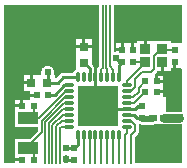
<source format=gtl>
G04 Layer_Physical_Order=1*
G04 Layer_Color=255*
%FSLAX24Y24*%
%MOIN*%
G70*
G01*
G75*
%ADD10R,0.0709X0.0394*%
%ADD11R,0.0374X0.0335*%
%ADD12R,0.1378X0.1378*%
%ADD13O,0.0335X0.0118*%
%ADD14O,0.0118X0.0335*%
%ADD15R,0.0256X0.0197*%
%ADD16R,0.0236X0.0197*%
%ADD17R,0.0315X0.0295*%
%ADD18R,0.0295X0.0315*%
%ADD19R,0.0197X0.0236*%
%ADD20R,0.0300X0.0300*%
%ADD21C,0.0090*%
%ADD22C,0.0060*%
%ADD23C,0.0100*%
%ADD24C,0.0200*%
%ADD25C,0.0300*%
%ADD26C,0.0240*%
G36*
X10Y1334D02*
X6Y1331D01*
X-7Y1315D01*
X-18Y1298D01*
X-26Y1279D01*
X-28Y1270D01*
X-30Y1265D01*
X-48Y1248D01*
Y1134D01*
X-53Y1122D01*
X-59Y1098D01*
X-61Y1073D01*
Y965D01*
X-136D01*
Y1073D01*
X-138Y1098D01*
X-144Y1122D01*
X-148Y1134D01*
Y1271D01*
X-151Y1275D01*
X-152Y1282D01*
X-157Y1304D01*
X-166Y1326D01*
X-178Y1345D01*
X-192Y1362D01*
X-223Y1392D01*
Y1678D01*
X-223Y1692D01*
Y1728D01*
X-223Y1742D01*
Y1926D01*
X-737D01*
Y1742D01*
X-737Y1728D01*
Y1692D01*
X-737Y1678D01*
Y1225D01*
X-738Y1225D01*
X-761Y1215D01*
X-783Y1202D01*
X-802Y1186D01*
X-818Y1167D01*
X-831Y1145D01*
X-841Y1122D01*
X-842Y1115D01*
X-1165D01*
X-1189Y1113D01*
X-1212Y1108D01*
X-1234Y1099D01*
X-1254Y1086D01*
X-1272Y1071D01*
X-1407Y936D01*
X-1457Y957D01*
Y1027D01*
X-1457Y1027D01*
X-1474Y1077D01*
X-1471Y1091D01*
X-1470Y1120D01*
X-1471Y1149D01*
X-1477Y1177D01*
X-1486Y1204D01*
X-1499Y1230D01*
X-1515Y1254D01*
X-1534Y1276D01*
X-1556Y1295D01*
X-1580Y1311D01*
X-1606Y1324D01*
X-1633Y1333D01*
X-1661Y1339D01*
X-1690Y1340D01*
X-1719Y1339D01*
X-1747Y1333D01*
X-1774Y1324D01*
X-1800Y1311D01*
X-1824Y1295D01*
X-1846Y1276D01*
X-1865Y1254D01*
X-1881Y1230D01*
X-1894Y1204D01*
X-1903Y1177D01*
X-1909Y1149D01*
X-1910Y1120D01*
X-1909Y1091D01*
X-1906Y1077D01*
X-1916Y1061D01*
X-1952Y1027D01*
X-1988D01*
Y1027D01*
X-2186D01*
Y770D01*
X-2236D01*
Y720D01*
X-2483D01*
Y513D01*
X-2275D01*
Y410D01*
X-2057D01*
Y310D01*
X-2275D01*
Y208D01*
X-2497D01*
Y10D01*
X-2547D01*
Y-40D01*
X-2765D01*
Y-101D01*
X-2794D01*
Y-695D01*
X-2020D01*
Y-816D01*
X-2290Y-1085D01*
X-2794D01*
Y-1679D01*
X-2765D01*
Y-1740D01*
X-2547D01*
Y-1840D01*
X-2765D01*
Y-1890D01*
X-3130D01*
Y3360D01*
X10D01*
Y1334D01*
D02*
G37*
G36*
X2600Y1265D02*
X2748D01*
X2790Y1244D01*
Y-194D01*
X2677D01*
X2671Y-194D01*
X2250D01*
Y300D01*
X2165D01*
Y430D01*
X1947D01*
Y530D01*
X2165D01*
Y622D01*
X2165D01*
Y770D01*
X1947D01*
Y820D01*
X1897D01*
Y1035D01*
X1883Y1068D01*
X1942Y1128D01*
X1955Y1143D01*
X1966Y1161D01*
X1974Y1180D01*
X1976Y1186D01*
X2085D01*
Y1454D01*
X2185D01*
Y1186D01*
X2422D01*
Y1265D01*
X2500D01*
Y1483D01*
X2600D01*
Y1265D01*
D02*
G37*
G36*
X-1048Y-1631D02*
X-1003Y-1662D01*
X-998Y-1671D01*
Y-1757D01*
X-800D01*
Y-1857D01*
X-998D01*
Y-1890D01*
X-1160D01*
Y-1667D01*
X-1110Y-1632D01*
X-1109Y-1632D01*
X-1080Y-1634D01*
X-1051Y-1632D01*
X-1048Y-1631D01*
X-1048D01*
D02*
G37*
G36*
X2790Y-1890D02*
X1213D01*
Y-1019D01*
X1314Y-918D01*
X1327Y-902D01*
X1338Y-885D01*
X1346Y-866D01*
X1351Y-846D01*
X1352Y-825D01*
Y-627D01*
X1367Y-612D01*
X1416D01*
X1427Y-614D01*
X1453Y-616D01*
X1806D01*
X1832Y-614D01*
X1851Y-610D01*
X2250D01*
Y-595D01*
X2671D01*
X2677Y-594D01*
X2790D01*
Y-1890D01*
D02*
G37*
G36*
Y2116D02*
X2748Y2095D01*
X2422D01*
Y2174D01*
X1615D01*
Y1906D01*
X1515D01*
Y2174D01*
X1278D01*
Y2095D01*
X1200D01*
Y1877D01*
X1100D01*
Y2095D01*
X850D01*
Y1877D01*
X800D01*
Y1827D01*
X594D01*
X555Y1812D01*
X510Y1843D01*
Y3360D01*
X2790D01*
Y2116D01*
D02*
G37*
%LPC*%
G36*
X-2597Y208D02*
X-2765D01*
Y60D01*
X-2597D01*
Y208D01*
D02*
G37*
G36*
X-223Y2223D02*
X-430D01*
Y2026D01*
X-223D01*
Y2223D01*
D02*
G37*
G36*
X-2286Y1027D02*
X-2483D01*
Y820D01*
X-2286D01*
Y1027D01*
D02*
G37*
G36*
X-530Y2223D02*
X-737D01*
Y2026D01*
X-530D01*
Y2223D01*
D02*
G37*
G36*
X2165Y1018D02*
X1997D01*
Y870D01*
X2165D01*
Y1018D01*
D02*
G37*
G36*
X750Y2095D02*
X602D01*
Y1927D01*
X750D01*
Y2095D01*
D02*
G37*
%LPD*%
D10*
X-2340Y-398D02*
D03*
Y-1382D02*
D03*
D11*
X2135Y1454D02*
D03*
Y1906D02*
D03*
X1565D02*
D03*
Y1454D02*
D03*
D12*
X-0Y0D02*
D03*
D13*
X-965Y689D02*
D03*
Y492D02*
D03*
Y295D02*
D03*
Y98D02*
D03*
Y-98D02*
D03*
Y-295D02*
D03*
Y-492D02*
D03*
Y-689D02*
D03*
X965D02*
D03*
Y-492D02*
D03*
Y-295D02*
D03*
Y-98D02*
D03*
Y98D02*
D03*
Y295D02*
D03*
Y492D02*
D03*
Y689D02*
D03*
D14*
X-689Y-965D02*
D03*
X-492D02*
D03*
X-295D02*
D03*
X-98D02*
D03*
X98D02*
D03*
X295D02*
D03*
X492D02*
D03*
X689D02*
D03*
Y965D02*
D03*
X492D02*
D03*
X295D02*
D03*
X98D02*
D03*
X-98D02*
D03*
X-295D02*
D03*
X-492D02*
D03*
X-689D02*
D03*
D15*
X1826Y-397D02*
D03*
X2200D02*
D03*
D16*
X-2547Y-1790D02*
D03*
X-2153D02*
D03*
X-2547Y10D02*
D03*
X-2153D02*
D03*
X1947Y820D02*
D03*
X1553D02*
D03*
X1553Y480D02*
D03*
X1947D02*
D03*
X-2057Y360D02*
D03*
X-1663D02*
D03*
D17*
X-480Y1976D02*
D03*
Y1444D02*
D03*
D18*
X-1704Y770D02*
D03*
X-2236D02*
D03*
D19*
X800Y1877D02*
D03*
Y1483D02*
D03*
X-800Y-1807D02*
D03*
Y-1413D02*
D03*
X1453Y-394D02*
D03*
Y-0D02*
D03*
X1150Y1877D02*
D03*
Y1483D02*
D03*
X2550Y1483D02*
D03*
Y1877D02*
D03*
D20*
X2671Y-394D02*
D03*
D21*
X-480Y1444D02*
X-295Y1260D01*
X-98Y98D02*
Y965D01*
Y98D02*
X0Y0D01*
X-295Y965D02*
Y1260D01*
X1219Y-98D02*
X1317Y-0D01*
X1181Y-295D02*
X1280Y-394D01*
X965Y-295D02*
X1181D01*
X965Y-98D02*
X1219D01*
X305D02*
X965D01*
X1453Y-24D02*
X1456D01*
X1317Y-0D02*
X1453D01*
Y-417D02*
X1456D01*
X1280Y-394D02*
X1453D01*
X276Y-69D02*
X305Y-98D01*
D22*
X1150Y1483D02*
X1507D01*
X1130D02*
X1150D01*
X1565Y1425D02*
Y1454D01*
Y1425D02*
Y1425D01*
X1507Y1483D02*
X1565Y1425D01*
X965Y689D02*
Y825D01*
X1565Y1425D01*
X1222Y627D02*
Y910D01*
X1442Y1130D01*
X1760D01*
X1850Y1220D01*
X380Y1320D02*
Y3370D01*
X260Y1270D02*
Y3370D01*
X140Y1280D02*
Y3370D01*
X380Y1320D02*
X492Y1208D01*
Y965D02*
Y1208D01*
X295Y965D02*
Y1235D01*
X260Y1270D02*
X295Y1235D01*
X98Y1238D02*
X140Y1280D01*
X-2230Y-398D02*
X-1977D01*
X-2230D02*
X-2153Y-321D01*
Y10D01*
X-1977Y-398D02*
X-1087Y492D01*
X-2340Y-1382D02*
X-2153Y-1569D01*
Y-1790D02*
Y-1569D01*
X-1890Y-870D02*
Y-481D01*
X-2340Y-1382D02*
Y-1320D01*
X-1890Y-870D01*
Y-481D02*
X-1114Y295D01*
X98Y965D02*
Y1238D01*
X-1290Y-1900D02*
Y-729D01*
X-1250Y-689D02*
X-965D01*
X-1290Y-729D02*
X-1250Y-689D01*
X-1410Y-1900D02*
Y-680D01*
X-1223Y-492D02*
X-965D01*
X-1410Y-680D02*
X-1223Y-492D01*
X-1530Y-1900D02*
Y-630D01*
X-1195Y-295D02*
X-965D01*
X-1530Y-630D02*
X-1195Y-295D01*
X-1650Y-1900D02*
Y-580D01*
X-1168Y-98D02*
X-965D01*
X-1650Y-580D02*
X-1168Y-98D01*
X-1770Y-1900D02*
Y-530D01*
X-1141Y98D02*
X-965D01*
X-1770Y-530D02*
X-1141Y98D01*
X-1114Y295D02*
X-965D01*
X-1087Y492D02*
X-965D01*
X1222Y-825D02*
Y-627D01*
X1083Y-965D02*
X1222Y-825D01*
X965Y-886D02*
Y-689D01*
X886Y-965D02*
X965Y-886D01*
X1083Y-1900D02*
Y-965D01*
X886Y-1900D02*
Y-965D01*
X689Y-1900D02*
Y-965D01*
X492Y-1900D02*
Y-965D01*
X295Y-1900D02*
Y-965D01*
X98Y-1900D02*
Y-965D01*
X-98Y-1900D02*
Y-965D01*
X-295Y-1900D02*
Y-965D01*
X-492Y-1900D02*
Y-965D01*
X1087Y-492D02*
X1222Y-627D01*
X965Y-492D02*
X1087D01*
X1342Y619D02*
X1553Y830D01*
X1342Y467D02*
Y619D01*
X1178Y98D02*
X1560Y480D01*
X1170Y295D02*
X1342Y467D01*
X965Y295D02*
X1170D01*
X1087Y492D02*
X1222Y627D01*
X965Y492D02*
X1087D01*
X965Y98D02*
X1178D01*
X1850Y1660D02*
X2067Y1877D01*
X1850Y1220D02*
Y1660D01*
X2067Y1877D02*
X2550D01*
D23*
X590Y1590D02*
X697Y1483D01*
X800D01*
X689Y965D02*
Y1372D01*
X800Y1483D01*
X-1704Y770D02*
X-1690Y784D01*
Y1120D01*
X-1080Y-1413D02*
X-800D01*
X-689Y-1302D01*
Y-965D01*
X-1704Y770D02*
X-1360D01*
X-1165Y965D01*
X-689D01*
X-1663Y360D02*
X-1460D01*
X-1131Y689D01*
X-965D01*
D24*
X1453Y-415D02*
X1806D01*
D25*
X2203Y-394D02*
X2671D01*
D26*
X472Y472D02*
D03*
Y0D02*
D03*
Y-472D02*
D03*
X0D02*
D03*
X-472D02*
D03*
Y0D02*
D03*
Y472D02*
D03*
X0D02*
D03*
Y0D02*
D03*
X-470Y2340D02*
D03*
X1470Y-740D02*
D03*
X-3010Y-900D02*
D03*
X800Y2210D02*
D03*
X590Y1590D02*
D03*
X-2340Y-890D02*
D03*
X-1690Y1120D02*
D03*
X-70Y1870D02*
D03*
X-1080Y-1413D02*
D03*
X2670Y-730D02*
D03*
X2203Y-727D02*
D03*
X2670Y-60D02*
D03*
X2370D02*
D03*
X2260Y810D02*
D03*
Y480D02*
D03*
X-2600Y770D02*
D03*
X-1080Y-1770D02*
D03*
X-2390Y360D02*
D03*
X-3000Y1800D02*
D03*
X-1700D02*
D03*
X1770Y3240D02*
D03*
X1150Y2210D02*
D03*
X2670D02*
D03*
X1560Y2290D02*
D03*
X2530Y1150D02*
D03*
X1330Y-1770D02*
D03*
X2670D02*
D03*
X-3010D02*
D03*
X-2880Y10D02*
D03*
X-310Y3240D02*
D03*
X-1600D02*
D03*
X-3010D02*
D03*
X-1160Y1240D02*
D03*
X630Y3240D02*
D03*
X2670D02*
D03*
M02*

</source>
